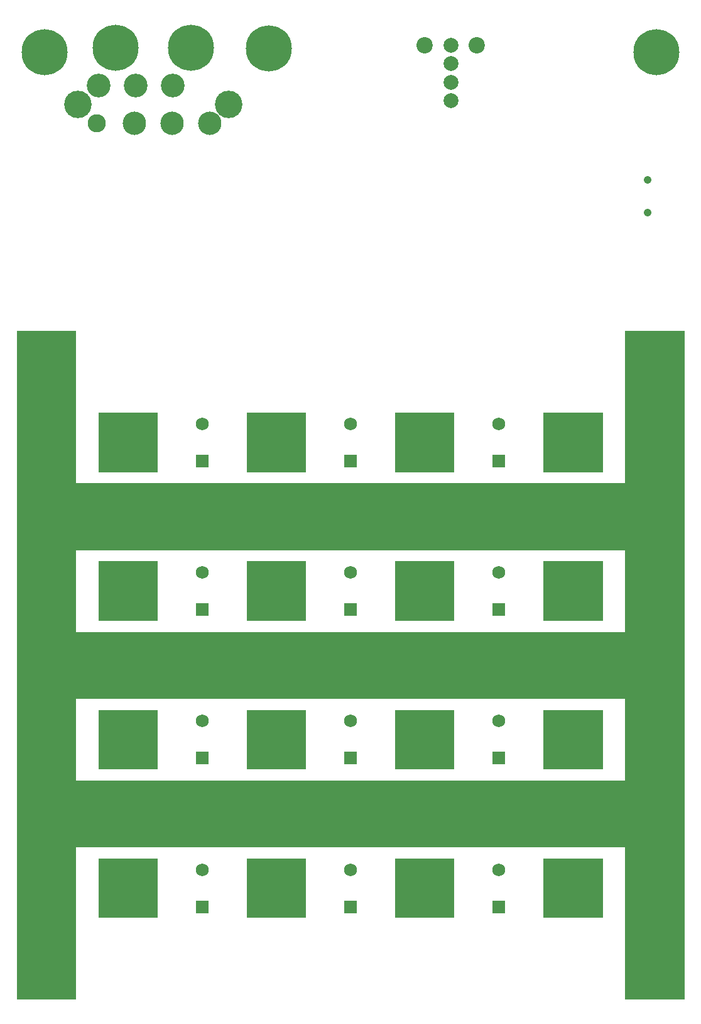
<source format=gbs>
%FSLAX44Y44*%
%MOMM*%
G71*
G01*
G75*
G04 Layer_Color=16711935*
G04:AMPARAMS|DCode=10|XSize=1mm|YSize=0.9mm|CornerRadius=0.198mm|HoleSize=0mm|Usage=FLASHONLY|Rotation=270.000|XOffset=0mm|YOffset=0mm|HoleType=Round|Shape=RoundedRectangle|*
%AMROUNDEDRECTD10*
21,1,1.0000,0.5040,0,0,270.0*
21,1,0.6040,0.9000,0,0,270.0*
1,1,0.3960,-0.2520,-0.3020*
1,1,0.3960,-0.2520,0.3020*
1,1,0.3960,0.2520,0.3020*
1,1,0.3960,0.2520,-0.3020*
%
%ADD10ROUNDEDRECTD10*%
G04:AMPARAMS|DCode=11|XSize=0.9mm|YSize=0.4mm|CornerRadius=0.15mm|HoleSize=0mm|Usage=FLASHONLY|Rotation=90.000|XOffset=0mm|YOffset=0mm|HoleType=Round|Shape=RoundedRectangle|*
%AMROUNDEDRECTD11*
21,1,0.9000,0.1000,0,0,90.0*
21,1,0.6000,0.4000,0,0,90.0*
1,1,0.3000,0.0500,0.3000*
1,1,0.3000,0.0500,-0.3000*
1,1,0.3000,-0.0500,-0.3000*
1,1,0.3000,-0.0500,0.3000*
%
%ADD11ROUNDEDRECTD11*%
%ADD12O,0.6000X1.5500*%
G04:AMPARAMS|DCode=13|XSize=1mm|YSize=0.9mm|CornerRadius=0.198mm|HoleSize=0mm|Usage=FLASHONLY|Rotation=0.000|XOffset=0mm|YOffset=0mm|HoleType=Round|Shape=RoundedRectangle|*
%AMROUNDEDRECTD13*
21,1,1.0000,0.5040,0,0,0.0*
21,1,0.6040,0.9000,0,0,0.0*
1,1,0.3960,0.3020,-0.2520*
1,1,0.3960,-0.3020,-0.2520*
1,1,0.3960,-0.3020,0.2520*
1,1,0.3960,0.3020,0.2520*
%
%ADD13ROUNDEDRECTD13*%
G04:AMPARAMS|DCode=14|XSize=1.05mm|YSize=0.65mm|CornerRadius=0.2015mm|HoleSize=0mm|Usage=FLASHONLY|Rotation=0.000|XOffset=0mm|YOffset=0mm|HoleType=Round|Shape=RoundedRectangle|*
%AMROUNDEDRECTD14*
21,1,1.0500,0.2470,0,0,0.0*
21,1,0.6470,0.6500,0,0,0.0*
1,1,0.4030,0.3235,-0.1235*
1,1,0.4030,-0.3235,-0.1235*
1,1,0.4030,-0.3235,0.1235*
1,1,0.4030,0.3235,0.1235*
%
%ADD14ROUNDEDRECTD14*%
G04:AMPARAMS|DCode=15|XSize=1mm|YSize=0.95mm|CornerRadius=0.1995mm|HoleSize=0mm|Usage=FLASHONLY|Rotation=180.000|XOffset=0mm|YOffset=0mm|HoleType=Round|Shape=RoundedRectangle|*
%AMROUNDEDRECTD15*
21,1,1.0000,0.5510,0,0,180.0*
21,1,0.6010,0.9500,0,0,180.0*
1,1,0.3990,-0.3005,0.2755*
1,1,0.3990,0.3005,0.2755*
1,1,0.3990,0.3005,-0.2755*
1,1,0.3990,-0.3005,-0.2755*
%
%ADD15ROUNDEDRECTD15*%
%ADD16C,0.4000*%
%ADD17O,0.8500X0.2500*%
%ADD18O,0.2500X0.8500*%
G04:AMPARAMS|DCode=19|XSize=1mm|YSize=0.95mm|CornerRadius=0.1995mm|HoleSize=0mm|Usage=FLASHONLY|Rotation=90.000|XOffset=0mm|YOffset=0mm|HoleType=Round|Shape=RoundedRectangle|*
%AMROUNDEDRECTD19*
21,1,1.0000,0.5510,0,0,90.0*
21,1,0.6010,0.9500,0,0,90.0*
1,1,0.3990,0.2755,0.3005*
1,1,0.3990,0.2755,-0.3005*
1,1,0.3990,-0.2755,-0.3005*
1,1,0.3990,-0.2755,0.3005*
%
%ADD19ROUNDEDRECTD19*%
G04:AMPARAMS|DCode=20|XSize=1.45mm|YSize=1.15mm|CornerRadius=0.2013mm|HoleSize=0mm|Usage=FLASHONLY|Rotation=270.000|XOffset=0mm|YOffset=0mm|HoleType=Round|Shape=RoundedRectangle|*
%AMROUNDEDRECTD20*
21,1,1.4500,0.7475,0,0,270.0*
21,1,1.0475,1.1500,0,0,270.0*
1,1,0.4025,-0.3738,-0.5238*
1,1,0.4025,-0.3738,0.5238*
1,1,0.4025,0.3738,0.5238*
1,1,0.4025,0.3738,-0.5238*
%
%ADD20ROUNDEDRECTD20*%
G04:AMPARAMS|DCode=21|XSize=1.45mm|YSize=1.15mm|CornerRadius=0.2013mm|HoleSize=0mm|Usage=FLASHONLY|Rotation=0.000|XOffset=0mm|YOffset=0mm|HoleType=Round|Shape=RoundedRectangle|*
%AMROUNDEDRECTD21*
21,1,1.4500,0.7475,0,0,0.0*
21,1,1.0475,1.1500,0,0,0.0*
1,1,0.4025,0.5238,-0.3738*
1,1,0.4025,-0.5238,-0.3738*
1,1,0.4025,-0.5238,0.3738*
1,1,0.4025,0.5238,0.3738*
%
%ADD21ROUNDEDRECTD21*%
%ADD22C,0.6000*%
%ADD23O,1.3500X0.5000*%
G04:AMPARAMS|DCode=24|XSize=1.75mm|YSize=1.05mm|CornerRadius=0.1995mm|HoleSize=0mm|Usage=FLASHONLY|Rotation=90.000|XOffset=0mm|YOffset=0mm|HoleType=Round|Shape=RoundedRectangle|*
%AMROUNDEDRECTD24*
21,1,1.7500,0.6510,0,0,90.0*
21,1,1.3510,1.0500,0,0,90.0*
1,1,0.3990,0.3255,0.6755*
1,1,0.3990,0.3255,-0.6755*
1,1,0.3990,-0.3255,-0.6755*
1,1,0.3990,-0.3255,0.6755*
%
%ADD24ROUNDEDRECTD24*%
G04:AMPARAMS|DCode=25|XSize=1.75mm|YSize=1.05mm|CornerRadius=0.1995mm|HoleSize=0mm|Usage=FLASHONLY|Rotation=0.000|XOffset=0mm|YOffset=0mm|HoleType=Round|Shape=RoundedRectangle|*
%AMROUNDEDRECTD25*
21,1,1.7500,0.6510,0,0,0.0*
21,1,1.3510,1.0500,0,0,0.0*
1,1,0.3990,0.6755,-0.3255*
1,1,0.3990,-0.6755,-0.3255*
1,1,0.3990,-0.6755,0.3255*
1,1,0.3990,0.6755,0.3255*
%
%ADD25ROUNDEDRECTD25*%
%ADD26O,1.5500X0.6000*%
%ADD27O,0.5000X1.3500*%
G04:AMPARAMS|DCode=28|XSize=6.5mm|YSize=5mm|CornerRadius=0.25mm|HoleSize=0mm|Usage=FLASHONLY|Rotation=90.000|XOffset=0mm|YOffset=0mm|HoleType=Round|Shape=RoundedRectangle|*
%AMROUNDEDRECTD28*
21,1,6.5000,4.5000,0,0,90.0*
21,1,6.0000,5.0000,0,0,90.0*
1,1,0.5000,2.2500,3.0000*
1,1,0.5000,2.2500,-3.0000*
1,1,0.5000,-2.2500,-3.0000*
1,1,0.5000,-2.2500,3.0000*
%
%ADD28ROUNDEDRECTD28*%
%ADD29C,1.3000*%
%ADD30R,1.3000X1.3000*%
G04:AMPARAMS|DCode=31|XSize=4.9mm|YSize=1.6mm|CornerRadius=0.2mm|HoleSize=0mm|Usage=FLASHONLY|Rotation=180.000|XOffset=0mm|YOffset=0mm|HoleType=Round|Shape=RoundedRectangle|*
%AMROUNDEDRECTD31*
21,1,4.9000,1.2000,0,0,180.0*
21,1,4.5000,1.6000,0,0,180.0*
1,1,0.4000,-2.2500,0.6000*
1,1,0.4000,2.2500,0.6000*
1,1,0.4000,2.2500,-0.6000*
1,1,0.4000,-2.2500,-0.6000*
%
%ADD31ROUNDEDRECTD31*%
%ADD32O,1.5000X0.3000*%
%ADD33O,0.3000X1.5000*%
%ADD34C,1.0000*%
G04:AMPARAMS|DCode=35|XSize=1.1mm|YSize=0.6mm|CornerRadius=0.201mm|HoleSize=0mm|Usage=FLASHONLY|Rotation=270.000|XOffset=0mm|YOffset=0mm|HoleType=Round|Shape=RoundedRectangle|*
%AMROUNDEDRECTD35*
21,1,1.1000,0.1980,0,0,270.0*
21,1,0.6980,0.6000,0,0,270.0*
1,1,0.4020,-0.0990,-0.3490*
1,1,0.4020,-0.0990,0.3490*
1,1,0.4020,0.0990,0.3490*
1,1,0.4020,0.0990,-0.3490*
%
%ADD35ROUNDEDRECTD35*%
G04:AMPARAMS|DCode=36|XSize=2.5mm|YSize=2mm|CornerRadius=0.2mm|HoleSize=0mm|Usage=FLASHONLY|Rotation=180.000|XOffset=0mm|YOffset=0mm|HoleType=Round|Shape=RoundedRectangle|*
%AMROUNDEDRECTD36*
21,1,2.5000,1.6000,0,0,180.0*
21,1,2.1000,2.0000,0,0,180.0*
1,1,0.4000,-1.0500,0.8000*
1,1,0.4000,1.0500,0.8000*
1,1,0.4000,1.0500,-0.8000*
1,1,0.4000,-1.0500,-0.8000*
%
%ADD36ROUNDEDRECTD36*%
G04:AMPARAMS|DCode=37|XSize=2.3mm|YSize=0.5mm|CornerRadius=0.2mm|HoleSize=0mm|Usage=FLASHONLY|Rotation=180.000|XOffset=0mm|YOffset=0mm|HoleType=Round|Shape=RoundedRectangle|*
%AMROUNDEDRECTD37*
21,1,2.3000,0.1000,0,0,180.0*
21,1,1.9000,0.5000,0,0,180.0*
1,1,0.4000,-0.9500,0.0500*
1,1,0.4000,0.9500,0.0500*
1,1,0.4000,0.9500,-0.0500*
1,1,0.4000,-0.9500,-0.0500*
%
%ADD37ROUNDEDRECTD37*%
G04:AMPARAMS|DCode=38|XSize=1mm|YSize=0.45mm|CornerRadius=0.1125mm|HoleSize=0mm|Usage=FLASHONLY|Rotation=0.000|XOffset=0mm|YOffset=0mm|HoleType=Round|Shape=RoundedRectangle|*
%AMROUNDEDRECTD38*
21,1,1.0000,0.2250,0,0,0.0*
21,1,0.7750,0.4500,0,0,0.0*
1,1,0.2250,0.3875,-0.1125*
1,1,0.2250,-0.3875,-0.1125*
1,1,0.2250,-0.3875,0.1125*
1,1,0.2250,0.3875,0.1125*
%
%ADD38ROUNDEDRECTD38*%
G04:AMPARAMS|DCode=39|XSize=1.35mm|YSize=1.65mm|CornerRadius=0.27mm|HoleSize=0mm|Usage=FLASHONLY|Rotation=90.000|XOffset=0mm|YOffset=0mm|HoleType=Round|Shape=RoundedRectangle|*
%AMROUNDEDRECTD39*
21,1,1.3500,1.1100,0,0,90.0*
21,1,0.8100,1.6500,0,0,90.0*
1,1,0.5400,0.5550,0.4050*
1,1,0.5400,0.5550,-0.4050*
1,1,0.5400,-0.5550,-0.4050*
1,1,0.5400,-0.5550,0.4050*
%
%ADD39ROUNDEDRECTD39*%
G04:AMPARAMS|DCode=40|XSize=0.7mm|YSize=0.25mm|CornerRadius=0.0838mm|HoleSize=0mm|Usage=FLASHONLY|Rotation=0.000|XOffset=0mm|YOffset=0mm|HoleType=Round|Shape=RoundedRectangle|*
%AMROUNDEDRECTD40*
21,1,0.7000,0.0825,0,0,0.0*
21,1,0.5325,0.2500,0,0,0.0*
1,1,0.1675,0.2662,-0.0413*
1,1,0.1675,-0.2662,-0.0413*
1,1,0.1675,-0.2662,0.0413*
1,1,0.1675,0.2662,0.0413*
%
%ADD40ROUNDEDRECTD40*%
G04:AMPARAMS|DCode=41|XSize=3mm|YSize=1.65mm|CornerRadius=0.1073mm|HoleSize=0mm|Usage=FLASHONLY|Rotation=90.000|XOffset=0mm|YOffset=0mm|HoleType=Round|Shape=RoundedRectangle|*
%AMROUNDEDRECTD41*
21,1,3.0000,1.4355,0,0,90.0*
21,1,2.7855,1.6500,0,0,90.0*
1,1,0.2145,0.7178,1.3927*
1,1,0.2145,0.7178,-1.3927*
1,1,0.2145,-0.7178,-1.3927*
1,1,0.2145,-0.7178,1.3927*
%
%ADD41ROUNDEDRECTD41*%
G04:AMPARAMS|DCode=42|XSize=1.2mm|YSize=1.2mm|CornerRadius=0.198mm|HoleSize=0mm|Usage=FLASHONLY|Rotation=0.000|XOffset=0mm|YOffset=0mm|HoleType=Round|Shape=RoundedRectangle|*
%AMROUNDEDRECTD42*
21,1,1.2000,0.8040,0,0,0.0*
21,1,0.8040,1.2000,0,0,0.0*
1,1,0.3960,0.4020,-0.4020*
1,1,0.3960,-0.4020,-0.4020*
1,1,0.3960,-0.4020,0.4020*
1,1,0.3960,0.4020,0.4020*
%
%ADD42ROUNDEDRECTD42*%
G04:AMPARAMS|DCode=43|XSize=1.2mm|YSize=1.2mm|CornerRadius=0.198mm|HoleSize=0mm|Usage=FLASHONLY|Rotation=270.000|XOffset=0mm|YOffset=0mm|HoleType=Round|Shape=RoundedRectangle|*
%AMROUNDEDRECTD43*
21,1,1.2000,0.8040,0,0,270.0*
21,1,0.8040,1.2000,0,0,270.0*
1,1,0.3960,-0.4020,-0.4020*
1,1,0.3960,-0.4020,0.4020*
1,1,0.3960,0.4020,0.4020*
1,1,0.3960,0.4020,-0.4020*
%
%ADD43ROUNDEDRECTD43*%
G04:AMPARAMS|DCode=44|XSize=6.45mm|YSize=6mm|CornerRadius=0.21mm|HoleSize=0mm|Usage=FLASHONLY|Rotation=90.000|XOffset=0mm|YOffset=0mm|HoleType=Round|Shape=RoundedRectangle|*
%AMROUNDEDRECTD44*
21,1,6.4500,5.5800,0,0,90.0*
21,1,6.0300,6.0000,0,0,90.0*
1,1,0.4200,2.7900,3.0150*
1,1,0.4200,2.7900,-3.0150*
1,1,0.4200,-2.7900,-3.0150*
1,1,0.4200,-2.7900,3.0150*
%
%ADD44ROUNDEDRECTD44*%
G04:AMPARAMS|DCode=45|XSize=2.85mm|YSize=1mm|CornerRadius=0.2mm|HoleSize=0mm|Usage=FLASHONLY|Rotation=90.000|XOffset=0mm|YOffset=0mm|HoleType=Round|Shape=RoundedRectangle|*
%AMROUNDEDRECTD45*
21,1,2.8500,0.6000,0,0,90.0*
21,1,2.4500,1.0000,0,0,90.0*
1,1,0.4000,0.3000,1.2250*
1,1,0.4000,0.3000,-1.2250*
1,1,0.4000,-0.3000,-1.2250*
1,1,0.4000,-0.3000,1.2250*
%
%ADD45ROUNDEDRECTD45*%
G04:AMPARAMS|DCode=46|XSize=3.95mm|YSize=1.5mm|CornerRadius=0.2475mm|HoleSize=0mm|Usage=FLASHONLY|Rotation=90.000|XOffset=0mm|YOffset=0mm|HoleType=Round|Shape=RoundedRectangle|*
%AMROUNDEDRECTD46*
21,1,3.9500,1.0050,0,0,90.0*
21,1,3.4550,1.5000,0,0,90.0*
1,1,0.4950,0.5025,1.7275*
1,1,0.4950,0.5025,-1.7275*
1,1,0.4950,-0.5025,-1.7275*
1,1,0.4950,-0.5025,1.7275*
%
%ADD46ROUNDEDRECTD46*%
G04:AMPARAMS|DCode=47|XSize=6.4mm|YSize=10.5mm|CornerRadius=0.128mm|HoleSize=0mm|Usage=FLASHONLY|Rotation=90.000|XOffset=0mm|YOffset=0mm|HoleType=Round|Shape=RoundedRectangle|*
%AMROUNDEDRECTD47*
21,1,6.4000,10.2440,0,0,90.0*
21,1,6.1440,10.5000,0,0,90.0*
1,1,0.2560,5.1220,3.0720*
1,1,0.2560,5.1220,-3.0720*
1,1,0.2560,-5.1220,-3.0720*
1,1,0.2560,-5.1220,3.0720*
%
%ADD47ROUNDEDRECTD47*%
%ADD48C,0.2500*%
%ADD49C,0.3000*%
%ADD50C,0.5000*%
%ADD51C,0.6000*%
%ADD52C,0.2540*%
%ADD53C,1.0000*%
%ADD54C,0.4000*%
%ADD55C,0.4500*%
%ADD56C,0.8000*%
%ADD57C,0.5500*%
%ADD58C,1.6000*%
%ADD59R,1.6000X1.6000*%
%ADD60C,6.0000*%
%ADD61C,3.0000*%
%ADD62C,2.0000*%
%ADD63C,0.5000*%
%ADD64C,1.8500*%
%ADD65C,3.5000*%
%ADD66C,2.3000*%
%ADD67C,2.0000*%
%ADD68C,1.8000*%
%ADD69C,0.0000*%
G04:AMPARAMS|DCode=70|XSize=1.15mm|YSize=1.05mm|CornerRadius=0.273mm|HoleSize=0mm|Usage=FLASHONLY|Rotation=270.000|XOffset=0mm|YOffset=0mm|HoleType=Round|Shape=RoundedRectangle|*
%AMROUNDEDRECTD70*
21,1,1.1500,0.5040,0,0,270.0*
21,1,0.6040,1.0500,0,0,270.0*
1,1,0.5460,-0.2520,-0.3020*
1,1,0.5460,-0.2520,0.3020*
1,1,0.5460,0.2520,0.3020*
1,1,0.5460,0.2520,-0.3020*
%
%ADD70ROUNDEDRECTD70*%
G04:AMPARAMS|DCode=71|XSize=1.05mm|YSize=0.55mm|CornerRadius=0.225mm|HoleSize=0mm|Usage=FLASHONLY|Rotation=90.000|XOffset=0mm|YOffset=0mm|HoleType=Round|Shape=RoundedRectangle|*
%AMROUNDEDRECTD71*
21,1,1.0500,0.1000,0,0,90.0*
21,1,0.6000,0.5500,0,0,90.0*
1,1,0.4500,0.0500,0.3000*
1,1,0.4500,0.0500,-0.3000*
1,1,0.4500,-0.0500,-0.3000*
1,1,0.4500,-0.0500,0.3000*
%
%ADD71ROUNDEDRECTD71*%
%ADD72O,0.7500X1.7000*%
G04:AMPARAMS|DCode=73|XSize=1.15mm|YSize=1.05mm|CornerRadius=0.273mm|HoleSize=0mm|Usage=FLASHONLY|Rotation=0.000|XOffset=0mm|YOffset=0mm|HoleType=Round|Shape=RoundedRectangle|*
%AMROUNDEDRECTD73*
21,1,1.1500,0.5040,0,0,0.0*
21,1,0.6040,1.0500,0,0,0.0*
1,1,0.5460,0.3020,-0.2520*
1,1,0.5460,-0.3020,-0.2520*
1,1,0.5460,-0.3020,0.2520*
1,1,0.5460,0.3020,0.2520*
%
%ADD73ROUNDEDRECTD73*%
G04:AMPARAMS|DCode=74|XSize=1.2mm|YSize=0.8mm|CornerRadius=0.2765mm|HoleSize=0mm|Usage=FLASHONLY|Rotation=0.000|XOffset=0mm|YOffset=0mm|HoleType=Round|Shape=RoundedRectangle|*
%AMROUNDEDRECTD74*
21,1,1.2000,0.2470,0,0,0.0*
21,1,0.6470,0.8000,0,0,0.0*
1,1,0.5530,0.3235,-0.1235*
1,1,0.5530,-0.3235,-0.1235*
1,1,0.5530,-0.3235,0.1235*
1,1,0.5530,0.3235,0.1235*
%
%ADD74ROUNDEDRECTD74*%
G04:AMPARAMS|DCode=75|XSize=1.15mm|YSize=1.1mm|CornerRadius=0.2745mm|HoleSize=0mm|Usage=FLASHONLY|Rotation=180.000|XOffset=0mm|YOffset=0mm|HoleType=Round|Shape=RoundedRectangle|*
%AMROUNDEDRECTD75*
21,1,1.1500,0.5510,0,0,180.0*
21,1,0.6010,1.1000,0,0,180.0*
1,1,0.5490,-0.3005,0.2755*
1,1,0.5490,0.3005,0.2755*
1,1,0.5490,0.3005,-0.2755*
1,1,0.5490,-0.3005,-0.2755*
%
%ADD75ROUNDEDRECTD75*%
%ADD76O,1.0500X0.4500*%
%ADD77O,0.4500X1.0500*%
G04:AMPARAMS|DCode=78|XSize=1.15mm|YSize=1.1mm|CornerRadius=0.2745mm|HoleSize=0mm|Usage=FLASHONLY|Rotation=90.000|XOffset=0mm|YOffset=0mm|HoleType=Round|Shape=RoundedRectangle|*
%AMROUNDEDRECTD78*
21,1,1.1500,0.5510,0,0,90.0*
21,1,0.6010,1.1000,0,0,90.0*
1,1,0.5490,0.2755,0.3005*
1,1,0.5490,0.2755,-0.3005*
1,1,0.5490,-0.2755,-0.3005*
1,1,0.5490,-0.2755,0.3005*
%
%ADD78ROUNDEDRECTD78*%
G04:AMPARAMS|DCode=79|XSize=1.6mm|YSize=1.3mm|CornerRadius=0.2763mm|HoleSize=0mm|Usage=FLASHONLY|Rotation=270.000|XOffset=0mm|YOffset=0mm|HoleType=Round|Shape=RoundedRectangle|*
%AMROUNDEDRECTD79*
21,1,1.6000,0.7475,0,0,270.0*
21,1,1.0475,1.3000,0,0,270.0*
1,1,0.5525,-0.3738,-0.5238*
1,1,0.5525,-0.3738,0.5238*
1,1,0.5525,0.3738,0.5238*
1,1,0.5525,0.3738,-0.5238*
%
%ADD79ROUNDEDRECTD79*%
G04:AMPARAMS|DCode=80|XSize=1.6mm|YSize=1.3mm|CornerRadius=0.2763mm|HoleSize=0mm|Usage=FLASHONLY|Rotation=0.000|XOffset=0mm|YOffset=0mm|HoleType=Round|Shape=RoundedRectangle|*
%AMROUNDEDRECTD80*
21,1,1.6000,0.7475,0,0,0.0*
21,1,1.0475,1.3000,0,0,0.0*
1,1,0.5525,0.5238,-0.3738*
1,1,0.5525,-0.5238,-0.3738*
1,1,0.5525,-0.5238,0.3738*
1,1,0.5525,0.5238,0.3738*
%
%ADD80ROUNDEDRECTD80*%
%ADD81C,0.8000*%
%ADD82O,1.5000X0.6500*%
G04:AMPARAMS|DCode=83|XSize=1.9mm|YSize=1.2mm|CornerRadius=0.2745mm|HoleSize=0mm|Usage=FLASHONLY|Rotation=90.000|XOffset=0mm|YOffset=0mm|HoleType=Round|Shape=RoundedRectangle|*
%AMROUNDEDRECTD83*
21,1,1.9000,0.6510,0,0,90.0*
21,1,1.3510,1.2000,0,0,90.0*
1,1,0.5490,0.3255,0.6755*
1,1,0.5490,0.3255,-0.6755*
1,1,0.5490,-0.3255,-0.6755*
1,1,0.5490,-0.3255,0.6755*
%
%ADD83ROUNDEDRECTD83*%
G04:AMPARAMS|DCode=84|XSize=1.9mm|YSize=1.2mm|CornerRadius=0.2745mm|HoleSize=0mm|Usage=FLASHONLY|Rotation=0.000|XOffset=0mm|YOffset=0mm|HoleType=Round|Shape=RoundedRectangle|*
%AMROUNDEDRECTD84*
21,1,1.9000,0.6510,0,0,0.0*
21,1,1.3510,1.2000,0,0,0.0*
1,1,0.5490,0.6755,-0.3255*
1,1,0.5490,-0.6755,-0.3255*
1,1,0.5490,-0.6755,0.3255*
1,1,0.5490,0.6755,0.3255*
%
%ADD84ROUNDEDRECTD84*%
%ADD85O,1.7000X0.7500*%
%ADD86O,0.6500X1.5000*%
G04:AMPARAMS|DCode=87|XSize=6.65mm|YSize=5.15mm|CornerRadius=0.325mm|HoleSize=0mm|Usage=FLASHONLY|Rotation=90.000|XOffset=0mm|YOffset=0mm|HoleType=Round|Shape=RoundedRectangle|*
%AMROUNDEDRECTD87*
21,1,6.6500,4.5000,0,0,90.0*
21,1,6.0000,5.1500,0,0,90.0*
1,1,0.6500,2.2500,3.0000*
1,1,0.6500,2.2500,-3.0000*
1,1,0.6500,-2.2500,-3.0000*
1,1,0.6500,-2.2500,3.0000*
%
%ADD87ROUNDEDRECTD87*%
%ADD88C,1.5000*%
%ADD89R,1.5000X1.5000*%
G04:AMPARAMS|DCode=90|XSize=5.05mm|YSize=1.75mm|CornerRadius=0.275mm|HoleSize=0mm|Usage=FLASHONLY|Rotation=180.000|XOffset=0mm|YOffset=0mm|HoleType=Round|Shape=RoundedRectangle|*
%AMROUNDEDRECTD90*
21,1,5.0500,1.2000,0,0,180.0*
21,1,4.5000,1.7500,0,0,180.0*
1,1,0.5500,-2.2500,0.6000*
1,1,0.5500,2.2500,0.6000*
1,1,0.5500,2.2500,-0.6000*
1,1,0.5500,-2.2500,-0.6000*
%
%ADD90ROUNDEDRECTD90*%
%ADD91O,1.6000X0.4000*%
%ADD92O,0.4000X1.6000*%
%ADD93C,2.0000*%
G04:AMPARAMS|DCode=94|XSize=1.25mm|YSize=0.75mm|CornerRadius=0.276mm|HoleSize=0mm|Usage=FLASHONLY|Rotation=270.000|XOffset=0mm|YOffset=0mm|HoleType=Round|Shape=RoundedRectangle|*
%AMROUNDEDRECTD94*
21,1,1.2500,0.1980,0,0,270.0*
21,1,0.6980,0.7500,0,0,270.0*
1,1,0.5520,-0.0990,-0.3490*
1,1,0.5520,-0.0990,0.3490*
1,1,0.5520,0.0990,0.3490*
1,1,0.5520,0.0990,-0.3490*
%
%ADD94ROUNDEDRECTD94*%
G04:AMPARAMS|DCode=95|XSize=2.65mm|YSize=2.15mm|CornerRadius=0.275mm|HoleSize=0mm|Usage=FLASHONLY|Rotation=180.000|XOffset=0mm|YOffset=0mm|HoleType=Round|Shape=RoundedRectangle|*
%AMROUNDEDRECTD95*
21,1,2.6500,1.6000,0,0,180.0*
21,1,2.1000,2.1500,0,0,180.0*
1,1,0.5500,-1.0500,0.8000*
1,1,0.5500,1.0500,0.8000*
1,1,0.5500,1.0500,-0.8000*
1,1,0.5500,-1.0500,-0.8000*
%
%ADD95ROUNDEDRECTD95*%
G04:AMPARAMS|DCode=96|XSize=2.45mm|YSize=0.65mm|CornerRadius=0.275mm|HoleSize=0mm|Usage=FLASHONLY|Rotation=180.000|XOffset=0mm|YOffset=0mm|HoleType=Round|Shape=RoundedRectangle|*
%AMROUNDEDRECTD96*
21,1,2.4500,0.1000,0,0,180.0*
21,1,1.9000,0.6500,0,0,180.0*
1,1,0.5500,-0.9500,0.0500*
1,1,0.5500,0.9500,0.0500*
1,1,0.5500,0.9500,-0.0500*
1,1,0.5500,-0.9500,-0.0500*
%
%ADD96ROUNDEDRECTD96*%
G04:AMPARAMS|DCode=97|XSize=1.1mm|YSize=0.55mm|CornerRadius=0.1625mm|HoleSize=0mm|Usage=FLASHONLY|Rotation=0.000|XOffset=0mm|YOffset=0mm|HoleType=Round|Shape=RoundedRectangle|*
%AMROUNDEDRECTD97*
21,1,1.1000,0.2250,0,0,0.0*
21,1,0.7750,0.5500,0,0,0.0*
1,1,0.3250,0.3875,-0.1125*
1,1,0.3250,-0.3875,-0.1125*
1,1,0.3250,-0.3875,0.1125*
1,1,0.3250,0.3875,0.1125*
%
%ADD97ROUNDEDRECTD97*%
G04:AMPARAMS|DCode=98|XSize=1.5mm|YSize=1.8mm|CornerRadius=0.345mm|HoleSize=0mm|Usage=FLASHONLY|Rotation=90.000|XOffset=0mm|YOffset=0mm|HoleType=Round|Shape=RoundedRectangle|*
%AMROUNDEDRECTD98*
21,1,1.5000,1.1100,0,0,90.0*
21,1,0.8100,1.8000,0,0,90.0*
1,1,0.6900,0.5550,0.4050*
1,1,0.6900,0.5550,-0.4050*
1,1,0.6900,-0.5550,-0.4050*
1,1,0.6900,-0.5550,0.4050*
%
%ADD98ROUNDEDRECTD98*%
G04:AMPARAMS|DCode=99|XSize=0.8mm|YSize=0.35mm|CornerRadius=0.1338mm|HoleSize=0mm|Usage=FLASHONLY|Rotation=0.000|XOffset=0mm|YOffset=0mm|HoleType=Round|Shape=RoundedRectangle|*
%AMROUNDEDRECTD99*
21,1,0.8000,0.0825,0,0,0.0*
21,1,0.5325,0.3500,0,0,0.0*
1,1,0.2675,0.2662,-0.0413*
1,1,0.2675,-0.2662,-0.0413*
1,1,0.2675,-0.2662,0.0413*
1,1,0.2675,0.2662,0.0413*
%
%ADD99ROUNDEDRECTD99*%
G04:AMPARAMS|DCode=100|XSize=3.15mm|YSize=1.8mm|CornerRadius=0.1823mm|HoleSize=0mm|Usage=FLASHONLY|Rotation=90.000|XOffset=0mm|YOffset=0mm|HoleType=Round|Shape=RoundedRectangle|*
%AMROUNDEDRECTD100*
21,1,3.1500,1.4355,0,0,90.0*
21,1,2.7855,1.8000,0,0,90.0*
1,1,0.3645,0.7178,1.3927*
1,1,0.3645,0.7178,-1.3927*
1,1,0.3645,-0.7178,-1.3927*
1,1,0.3645,-0.7178,1.3927*
%
%ADD100ROUNDEDRECTD100*%
G04:AMPARAMS|DCode=101|XSize=1.35mm|YSize=1.35mm|CornerRadius=0.273mm|HoleSize=0mm|Usage=FLASHONLY|Rotation=0.000|XOffset=0mm|YOffset=0mm|HoleType=Round|Shape=RoundedRectangle|*
%AMROUNDEDRECTD101*
21,1,1.3500,0.8040,0,0,0.0*
21,1,0.8040,1.3500,0,0,0.0*
1,1,0.5460,0.4020,-0.4020*
1,1,0.5460,-0.4020,-0.4020*
1,1,0.5460,-0.4020,0.4020*
1,1,0.5460,0.4020,0.4020*
%
%ADD101ROUNDEDRECTD101*%
G04:AMPARAMS|DCode=102|XSize=1.35mm|YSize=1.35mm|CornerRadius=0.273mm|HoleSize=0mm|Usage=FLASHONLY|Rotation=270.000|XOffset=0mm|YOffset=0mm|HoleType=Round|Shape=RoundedRectangle|*
%AMROUNDEDRECTD102*
21,1,1.3500,0.8040,0,0,270.0*
21,1,0.8040,1.3500,0,0,270.0*
1,1,0.5460,-0.4020,-0.4020*
1,1,0.5460,-0.4020,0.4020*
1,1,0.5460,0.4020,0.4020*
1,1,0.5460,0.4020,-0.4020*
%
%ADD102ROUNDEDRECTD102*%
G04:AMPARAMS|DCode=103|XSize=6.6mm|YSize=6.15mm|CornerRadius=0.285mm|HoleSize=0mm|Usage=FLASHONLY|Rotation=90.000|XOffset=0mm|YOffset=0mm|HoleType=Round|Shape=RoundedRectangle|*
%AMROUNDEDRECTD103*
21,1,6.6000,5.5800,0,0,90.0*
21,1,6.0300,6.1500,0,0,90.0*
1,1,0.5700,2.7900,3.0150*
1,1,0.5700,2.7900,-3.0150*
1,1,0.5700,-2.7900,-3.0150*
1,1,0.5700,-2.7900,3.0150*
%
%ADD103ROUNDEDRECTD103*%
G04:AMPARAMS|DCode=104|XSize=3mm|YSize=1.15mm|CornerRadius=0.275mm|HoleSize=0mm|Usage=FLASHONLY|Rotation=90.000|XOffset=0mm|YOffset=0mm|HoleType=Round|Shape=RoundedRectangle|*
%AMROUNDEDRECTD104*
21,1,3.0000,0.6000,0,0,90.0*
21,1,2.4500,1.1500,0,0,90.0*
1,1,0.5500,0.3000,1.2250*
1,1,0.5500,0.3000,-1.2250*
1,1,0.5500,-0.3000,-1.2250*
1,1,0.5500,-0.3000,1.2250*
%
%ADD104ROUNDEDRECTD104*%
G04:AMPARAMS|DCode=105|XSize=4.1mm|YSize=1.65mm|CornerRadius=0.3225mm|HoleSize=0mm|Usage=FLASHONLY|Rotation=90.000|XOffset=0mm|YOffset=0mm|HoleType=Round|Shape=RoundedRectangle|*
%AMROUNDEDRECTD105*
21,1,4.1000,1.0050,0,0,90.0*
21,1,3.4550,1.6500,0,0,90.0*
1,1,0.6450,0.5025,1.7275*
1,1,0.6450,0.5025,-1.7275*
1,1,0.6450,-0.5025,-1.7275*
1,1,0.6450,-0.5025,1.7275*
%
%ADD105ROUNDEDRECTD105*%
G04:AMPARAMS|DCode=106|XSize=6.55mm|YSize=10.65mm|CornerRadius=0.203mm|HoleSize=0mm|Usage=FLASHONLY|Rotation=90.000|XOffset=0mm|YOffset=0mm|HoleType=Round|Shape=RoundedRectangle|*
%AMROUNDEDRECTD106*
21,1,6.5500,10.2440,0,0,90.0*
21,1,6.1440,10.6500,0,0,90.0*
1,1,0.4060,5.1220,3.0720*
1,1,0.4060,5.1220,-3.0720*
1,1,0.4060,-5.1220,-3.0720*
1,1,0.4060,-5.1220,3.0720*
%
%ADD106ROUNDEDRECTD106*%
%ADD107C,1.7500*%
%ADD108R,1.7500X1.7500*%
%ADD109C,6.2000*%
%ADD110C,3.2000*%
%ADD111C,2.2000*%
%ADD112C,1.0500*%
%ADD113C,3.7000*%
%ADD114C,3.1500*%
%ADD115C,2.4500*%
G36*
X-60000Y-340000D02*
X-140000D01*
Y-260000D01*
X-60000D01*
Y-340000D01*
D02*
G37*
G36*
X-260000D02*
X-340000D01*
Y-260000D01*
X-260000D01*
Y-340000D01*
D02*
G37*
G36*
X340000D02*
X260000D01*
Y-260000D01*
X340000D01*
Y-340000D01*
D02*
G37*
G36*
X140000D02*
X60000D01*
Y-260000D01*
X140000D01*
Y-340000D01*
D02*
G37*
G36*
X450000Y-450000D02*
X370000D01*
Y-245000D01*
X-370000D01*
Y-450000D01*
X-450000D01*
Y-245000D01*
Y-155000D01*
Y-45000D01*
Y45000D01*
Y155000D01*
Y245000D01*
Y450000D01*
X-370000D01*
Y245000D01*
X370000D01*
Y450000D01*
X450000D01*
Y-450000D01*
D02*
G37*
G36*
X140000Y260000D02*
X60000D01*
Y340000D01*
X140000D01*
Y260000D01*
D02*
G37*
G36*
X340000D02*
X260000D01*
Y340000D01*
X340000D01*
Y260000D01*
D02*
G37*
G36*
X-260000D02*
X-340000D01*
Y340000D01*
X-260000D01*
Y260000D01*
D02*
G37*
G36*
X-60000D02*
X-140000D01*
Y340000D01*
X-60000D01*
Y260000D01*
D02*
G37*
%LPC*%
G36*
X370000Y-45000D02*
X-370000D01*
Y-155000D01*
X370000D01*
Y-45000D01*
D02*
G37*
G36*
Y155000D02*
X-370000D01*
Y45000D01*
X370000D01*
Y155000D01*
D02*
G37*
%LPD*%
G36*
X-60000Y60000D02*
X-140000D01*
Y140000D01*
X-60000D01*
Y60000D01*
D02*
G37*
G36*
X-260000D02*
X-340000D01*
Y140000D01*
X-260000D01*
Y60000D01*
D02*
G37*
G36*
X340000D02*
X260000D01*
Y140000D01*
X340000D01*
Y60000D01*
D02*
G37*
G36*
X140000D02*
X60000D01*
Y140000D01*
X140000D01*
Y60000D01*
D02*
G37*
G36*
X-60000Y-140000D02*
X-140000D01*
Y-60000D01*
X-60000D01*
Y-140000D01*
D02*
G37*
G36*
X140000D02*
X60000D01*
Y-60000D01*
X140000D01*
Y-140000D01*
D02*
G37*
G36*
X340000D02*
X260000D01*
Y-60000D01*
X340000D01*
Y-140000D01*
D02*
G37*
G36*
X-260000D02*
X-340000D01*
Y-60000D01*
X-260000D01*
Y-140000D01*
D02*
G37*
D62*
X135000Y835000D02*
D03*
Y810000D02*
D03*
Y785000D02*
D03*
Y760000D02*
D03*
D81*
X318655Y-281250D02*
D03*
X318801Y-288853D02*
D03*
Y-296345D02*
D03*
X318853Y-303802D02*
D03*
X318801Y-311345D02*
D03*
X318853Y-318853D02*
D03*
X311345Y-318801D02*
D03*
X311294Y-311294D02*
D03*
X311345Y-303750D02*
D03*
X311294Y-296294D02*
D03*
Y-288802D02*
D03*
X311147Y-281199D02*
D03*
X304051Y-318801D02*
D03*
X304000Y-311294D02*
D03*
X304051Y-303750D02*
D03*
X304000Y-296294D02*
D03*
Y-288802D02*
D03*
X303853Y-281199D02*
D03*
X296345Y-318801D02*
D03*
X296294Y-311294D02*
D03*
X296345Y-303750D02*
D03*
X296294Y-296294D02*
D03*
Y-288802D02*
D03*
X296147Y-281199D02*
D03*
X288853Y-318801D02*
D03*
X288801Y-311294D02*
D03*
X288853Y-303750D02*
D03*
X288801Y-296294D02*
D03*
Y-288802D02*
D03*
X288655Y-281199D02*
D03*
X281345Y-318801D02*
D03*
X281294Y-311294D02*
D03*
X281345Y-303750D02*
D03*
X281294Y-296294D02*
D03*
Y-288802D02*
D03*
X281147Y-281199D02*
D03*
X318655Y-81250D02*
D03*
X318801Y-88853D02*
D03*
Y-96345D02*
D03*
X318853Y-103801D02*
D03*
X318801Y-111345D02*
D03*
X318853Y-118853D02*
D03*
X311345Y-118801D02*
D03*
X311294Y-111294D02*
D03*
X311345Y-103750D02*
D03*
X311294Y-96294D02*
D03*
Y-88801D02*
D03*
X311147Y-81199D02*
D03*
X304051Y-118801D02*
D03*
X304000Y-111294D02*
D03*
X304051Y-103750D02*
D03*
X304000Y-96294D02*
D03*
Y-88801D02*
D03*
X303853Y-81199D02*
D03*
X296345Y-118801D02*
D03*
X296294Y-111294D02*
D03*
X296345Y-103750D02*
D03*
X296294Y-96294D02*
D03*
Y-88801D02*
D03*
X296147Y-81199D02*
D03*
X288853Y-118801D02*
D03*
X288801Y-111294D02*
D03*
X288853Y-103750D02*
D03*
X288801Y-96294D02*
D03*
Y-88801D02*
D03*
X288655Y-81199D02*
D03*
X281345Y-118801D02*
D03*
X281294Y-111294D02*
D03*
X281345Y-103750D02*
D03*
X281294Y-96294D02*
D03*
Y-88801D02*
D03*
X281147Y-81199D02*
D03*
X318655Y118750D02*
D03*
X318801Y111147D02*
D03*
Y103655D02*
D03*
X318853Y96199D02*
D03*
X318801Y88655D02*
D03*
X318853Y81147D02*
D03*
X311345Y81199D02*
D03*
X311294Y88706D02*
D03*
X311345Y96250D02*
D03*
X311294Y103706D02*
D03*
Y111199D02*
D03*
X311147Y118801D02*
D03*
X304051Y81199D02*
D03*
X304000Y88706D02*
D03*
X304051Y96250D02*
D03*
X304000Y103706D02*
D03*
Y111199D02*
D03*
X303853Y118801D02*
D03*
X296345Y81199D02*
D03*
X296294Y88706D02*
D03*
X296345Y96250D02*
D03*
X296294Y103706D02*
D03*
Y111199D02*
D03*
X296147Y118801D02*
D03*
X288853Y81199D02*
D03*
X288801Y88706D02*
D03*
X288853Y96250D02*
D03*
X288801Y103706D02*
D03*
Y111199D02*
D03*
X288655Y118801D02*
D03*
X281345Y81199D02*
D03*
X281294Y88706D02*
D03*
X281345Y96250D02*
D03*
X281294Y103706D02*
D03*
Y111199D02*
D03*
X281147Y118801D02*
D03*
X318655Y318750D02*
D03*
X318801Y311147D02*
D03*
Y303655D02*
D03*
X318853Y296199D02*
D03*
X318801Y288655D02*
D03*
X318853Y281147D02*
D03*
X311345Y281199D02*
D03*
X311294Y288706D02*
D03*
X311345Y296250D02*
D03*
X311294Y303706D02*
D03*
Y311199D02*
D03*
X311147Y318801D02*
D03*
X304051Y281199D02*
D03*
X304000Y288706D02*
D03*
X304051Y296250D02*
D03*
X304000Y303706D02*
D03*
Y311199D02*
D03*
X303853Y318801D02*
D03*
X296345Y281199D02*
D03*
X296294Y288706D02*
D03*
X296345Y296250D02*
D03*
X296294Y303706D02*
D03*
Y311199D02*
D03*
X296147Y318801D02*
D03*
X288853Y281199D02*
D03*
X288801Y288706D02*
D03*
X288853Y296250D02*
D03*
X288801Y303706D02*
D03*
Y311199D02*
D03*
X288655Y318801D02*
D03*
X281345Y281199D02*
D03*
X281294Y288706D02*
D03*
X281345Y296250D02*
D03*
X281294Y303706D02*
D03*
Y311199D02*
D03*
X281147Y318801D02*
D03*
X81345Y281250D02*
D03*
X81199Y288853D02*
D03*
Y296345D02*
D03*
X81147Y303801D02*
D03*
X81199Y311345D02*
D03*
X81147Y318853D02*
D03*
X88655Y318801D02*
D03*
X88706Y311294D02*
D03*
X88655Y303750D02*
D03*
X88706Y296294D02*
D03*
Y288801D02*
D03*
X88853Y281199D02*
D03*
X95949Y318801D02*
D03*
X96000Y311294D02*
D03*
X95949Y303750D02*
D03*
X96000Y296294D02*
D03*
Y288801D02*
D03*
X96147Y281199D02*
D03*
X103655Y318801D02*
D03*
X103706Y311294D02*
D03*
X103655Y303750D02*
D03*
X103706Y296294D02*
D03*
Y288801D02*
D03*
X103853Y281199D02*
D03*
X111147Y318801D02*
D03*
X111199Y311294D02*
D03*
X111147Y303750D02*
D03*
X111199Y296294D02*
D03*
Y288801D02*
D03*
X111345Y281199D02*
D03*
X118655Y318801D02*
D03*
X118706Y311294D02*
D03*
X118655Y303750D02*
D03*
X118706Y296294D02*
D03*
Y288801D02*
D03*
X118853Y281199D02*
D03*
X81345Y81250D02*
D03*
X81199Y88853D02*
D03*
Y96345D02*
D03*
X81147Y103801D02*
D03*
X81199Y111345D02*
D03*
X81147Y118853D02*
D03*
X88655Y118801D02*
D03*
X88706Y111294D02*
D03*
X88655Y103750D02*
D03*
X88706Y96294D02*
D03*
Y88801D02*
D03*
X88853Y81199D02*
D03*
X95949Y118801D02*
D03*
X96000Y111294D02*
D03*
X95949Y103750D02*
D03*
X96000Y96294D02*
D03*
Y88801D02*
D03*
X96147Y81199D02*
D03*
X103655Y118801D02*
D03*
X103706Y111294D02*
D03*
X103655Y103750D02*
D03*
X103706Y96294D02*
D03*
Y88801D02*
D03*
X103853Y81199D02*
D03*
X111147Y118801D02*
D03*
X111199Y111294D02*
D03*
X111147Y103750D02*
D03*
X111199Y96294D02*
D03*
Y88801D02*
D03*
X111345Y81199D02*
D03*
X118655Y118801D02*
D03*
X118706Y111294D02*
D03*
X118655Y103750D02*
D03*
X118706Y96294D02*
D03*
Y88801D02*
D03*
X118853Y81199D02*
D03*
X81345Y-118750D02*
D03*
X81199Y-111147D02*
D03*
Y-103655D02*
D03*
X81147Y-96199D02*
D03*
X81199Y-88655D02*
D03*
X81147Y-81147D02*
D03*
X88655Y-81199D02*
D03*
X88706Y-88706D02*
D03*
X88655Y-96250D02*
D03*
X88706Y-103706D02*
D03*
Y-111199D02*
D03*
X88853Y-118801D02*
D03*
X95949Y-81199D02*
D03*
X96000Y-88706D02*
D03*
X95949Y-96250D02*
D03*
X96000Y-103706D02*
D03*
Y-111199D02*
D03*
X96147Y-118801D02*
D03*
X103655Y-81199D02*
D03*
X103706Y-88706D02*
D03*
X103655Y-96250D02*
D03*
X103706Y-103706D02*
D03*
Y-111199D02*
D03*
X103853Y-118801D02*
D03*
X111147Y-81199D02*
D03*
X111199Y-88706D02*
D03*
X111147Y-96250D02*
D03*
X111199Y-103706D02*
D03*
Y-111199D02*
D03*
X111345Y-118801D02*
D03*
X118655Y-81199D02*
D03*
X118706Y-88706D02*
D03*
X118655Y-96250D02*
D03*
X118706Y-103706D02*
D03*
Y-111199D02*
D03*
X118853Y-118801D02*
D03*
X81345Y-318750D02*
D03*
X81199Y-311147D02*
D03*
Y-303655D02*
D03*
X81147Y-296199D02*
D03*
X81199Y-288655D02*
D03*
X81147Y-281147D02*
D03*
X88655Y-281199D02*
D03*
X88706Y-288706D02*
D03*
X88655Y-296250D02*
D03*
X88706Y-303706D02*
D03*
Y-311199D02*
D03*
X88853Y-318801D02*
D03*
X95949Y-281199D02*
D03*
X96000Y-288706D02*
D03*
X95949Y-296250D02*
D03*
X96000Y-303706D02*
D03*
Y-311199D02*
D03*
X96147Y-318801D02*
D03*
X103655Y-281199D02*
D03*
X103706Y-288706D02*
D03*
X103655Y-296250D02*
D03*
X103706Y-303706D02*
D03*
Y-311199D02*
D03*
X103853Y-318801D02*
D03*
X111147Y-281199D02*
D03*
X111199Y-288706D02*
D03*
X111147Y-296250D02*
D03*
X111199Y-303706D02*
D03*
Y-311199D02*
D03*
X111345Y-318801D02*
D03*
X118655Y-281199D02*
D03*
X118706Y-288706D02*
D03*
X118655Y-296250D02*
D03*
X118706Y-303706D02*
D03*
Y-311199D02*
D03*
X118853Y-318801D02*
D03*
X-81345Y-281250D02*
D03*
X-81199Y-288853D02*
D03*
Y-296345D02*
D03*
X-81147Y-303802D02*
D03*
X-81199Y-311345D02*
D03*
X-81147Y-318853D02*
D03*
X-88655Y-318801D02*
D03*
X-88706Y-311294D02*
D03*
X-88655Y-303750D02*
D03*
X-88706Y-296294D02*
D03*
Y-288802D02*
D03*
X-88853Y-281199D02*
D03*
X-95949Y-318801D02*
D03*
X-96000Y-311294D02*
D03*
X-95949Y-303750D02*
D03*
X-96000Y-296294D02*
D03*
Y-288802D02*
D03*
X-96147Y-281199D02*
D03*
X-103655Y-318801D02*
D03*
X-103706Y-311294D02*
D03*
X-103655Y-303750D02*
D03*
X-103706Y-296294D02*
D03*
Y-288802D02*
D03*
X-103853Y-281199D02*
D03*
X-111147Y-318801D02*
D03*
X-111199Y-311294D02*
D03*
X-111147Y-303750D02*
D03*
X-111199Y-296294D02*
D03*
Y-288802D02*
D03*
X-111345Y-281199D02*
D03*
X-118655Y-318801D02*
D03*
X-118706Y-311294D02*
D03*
X-118655Y-303750D02*
D03*
X-118706Y-296294D02*
D03*
Y-288802D02*
D03*
X-118853Y-281199D02*
D03*
X-81345Y-81250D02*
D03*
X-81199Y-88853D02*
D03*
Y-96345D02*
D03*
X-81147Y-103801D02*
D03*
X-81199Y-111345D02*
D03*
X-81147Y-118853D02*
D03*
X-88655Y-118801D02*
D03*
X-88706Y-111294D02*
D03*
X-88655Y-103750D02*
D03*
X-88706Y-96294D02*
D03*
Y-88801D02*
D03*
X-88853Y-81199D02*
D03*
X-95949Y-118801D02*
D03*
X-96000Y-111294D02*
D03*
X-95949Y-103750D02*
D03*
X-96000Y-96294D02*
D03*
Y-88801D02*
D03*
X-96147Y-81199D02*
D03*
X-103655Y-118801D02*
D03*
X-103706Y-111294D02*
D03*
X-103655Y-103750D02*
D03*
X-103706Y-96294D02*
D03*
Y-88801D02*
D03*
X-103853Y-81199D02*
D03*
X-111147Y-118801D02*
D03*
X-111199Y-111294D02*
D03*
X-111147Y-103750D02*
D03*
X-111199Y-96294D02*
D03*
Y-88801D02*
D03*
X-111345Y-81199D02*
D03*
X-118655Y-118801D02*
D03*
X-118706Y-111294D02*
D03*
X-118655Y-103750D02*
D03*
X-118706Y-96294D02*
D03*
Y-88801D02*
D03*
X-118853Y-81199D02*
D03*
X-81345Y118750D02*
D03*
X-81199Y111147D02*
D03*
Y103655D02*
D03*
X-81147Y96199D02*
D03*
X-81199Y88655D02*
D03*
X-81147Y81147D02*
D03*
X-88655Y81199D02*
D03*
X-88706Y88706D02*
D03*
X-88655Y96250D02*
D03*
X-88706Y103706D02*
D03*
Y111199D02*
D03*
X-88853Y118801D02*
D03*
X-95949Y81199D02*
D03*
X-96000Y88706D02*
D03*
X-95949Y96250D02*
D03*
X-96000Y103706D02*
D03*
Y111199D02*
D03*
X-96147Y118801D02*
D03*
X-103655Y81199D02*
D03*
X-103706Y88706D02*
D03*
X-103655Y96250D02*
D03*
X-103706Y103706D02*
D03*
Y111199D02*
D03*
X-103853Y118801D02*
D03*
X-111147Y81199D02*
D03*
X-111199Y88706D02*
D03*
X-111147Y96250D02*
D03*
X-111199Y103706D02*
D03*
Y111199D02*
D03*
X-111345Y118801D02*
D03*
X-118655Y81199D02*
D03*
X-118706Y88706D02*
D03*
X-118655Y96250D02*
D03*
X-118706Y103706D02*
D03*
Y111199D02*
D03*
X-118853Y118801D02*
D03*
X-81345Y318750D02*
D03*
X-81199Y311147D02*
D03*
Y303655D02*
D03*
X-81147Y296199D02*
D03*
X-81199Y288655D02*
D03*
X-81147Y281147D02*
D03*
X-88655Y281199D02*
D03*
X-88706Y288706D02*
D03*
X-88655Y296250D02*
D03*
X-88706Y303706D02*
D03*
Y311199D02*
D03*
X-88853Y318801D02*
D03*
X-95949Y281199D02*
D03*
X-96000Y288706D02*
D03*
X-95949Y296250D02*
D03*
X-96000Y303706D02*
D03*
Y311199D02*
D03*
X-96147Y318801D02*
D03*
X-103655Y281199D02*
D03*
X-103706Y288706D02*
D03*
X-103655Y296250D02*
D03*
X-103706Y303706D02*
D03*
Y311199D02*
D03*
X-103853Y318801D02*
D03*
X-111147Y281199D02*
D03*
X-111199Y288706D02*
D03*
X-111147Y296250D02*
D03*
X-111199Y303706D02*
D03*
Y311199D02*
D03*
X-111345Y318801D02*
D03*
X-118655Y281199D02*
D03*
X-118706Y288706D02*
D03*
X-118655Y296250D02*
D03*
X-118706Y303706D02*
D03*
Y311199D02*
D03*
X-118853Y318801D02*
D03*
X-318655Y281250D02*
D03*
X-318801Y288853D02*
D03*
Y296345D02*
D03*
X-318853Y303801D02*
D03*
X-318801Y311345D02*
D03*
X-318853Y318853D02*
D03*
X-311345Y318801D02*
D03*
X-311294Y311294D02*
D03*
X-311345Y303750D02*
D03*
X-311294Y296294D02*
D03*
Y288801D02*
D03*
X-311147Y281199D02*
D03*
X-304051Y318801D02*
D03*
X-304000Y311294D02*
D03*
X-304051Y303750D02*
D03*
X-304000Y296294D02*
D03*
Y288801D02*
D03*
X-303853Y281199D02*
D03*
X-296345Y318801D02*
D03*
X-296294Y311294D02*
D03*
X-296345Y303750D02*
D03*
X-296294Y296294D02*
D03*
Y288801D02*
D03*
X-296147Y281199D02*
D03*
X-288853Y318801D02*
D03*
X-288801Y311294D02*
D03*
X-288853Y303750D02*
D03*
X-288801Y296294D02*
D03*
Y288801D02*
D03*
X-288655Y281199D02*
D03*
X-281345Y318801D02*
D03*
X-281294Y311294D02*
D03*
X-281345Y303750D02*
D03*
X-281294Y296294D02*
D03*
Y288801D02*
D03*
X-281147Y281199D02*
D03*
X-318655Y81250D02*
D03*
X-318801Y88853D02*
D03*
Y96345D02*
D03*
X-318853Y103801D02*
D03*
X-318801Y111345D02*
D03*
X-318853Y118853D02*
D03*
X-311345Y118801D02*
D03*
X-311294Y111294D02*
D03*
X-311345Y103750D02*
D03*
X-311294Y96294D02*
D03*
Y88801D02*
D03*
X-311147Y81199D02*
D03*
X-304051Y118801D02*
D03*
X-304000Y111294D02*
D03*
X-304051Y103750D02*
D03*
X-304000Y96294D02*
D03*
Y88801D02*
D03*
X-303853Y81199D02*
D03*
X-296345Y118801D02*
D03*
X-296294Y111294D02*
D03*
X-296345Y103750D02*
D03*
X-296294Y96294D02*
D03*
Y88801D02*
D03*
X-296147Y81199D02*
D03*
X-288853Y118801D02*
D03*
X-288801Y111294D02*
D03*
X-288853Y103750D02*
D03*
X-288801Y96294D02*
D03*
Y88801D02*
D03*
X-288655Y81199D02*
D03*
X-281345Y118801D02*
D03*
X-281294Y111294D02*
D03*
X-281345Y103750D02*
D03*
X-281294Y96294D02*
D03*
Y88801D02*
D03*
X-281147Y81199D02*
D03*
X-318655Y-118750D02*
D03*
X-318801Y-111147D02*
D03*
Y-103655D02*
D03*
X-318853Y-96199D02*
D03*
X-318801Y-88655D02*
D03*
X-318853Y-81147D02*
D03*
X-311345Y-81199D02*
D03*
X-311294Y-88706D02*
D03*
X-311345Y-96250D02*
D03*
X-311294Y-103706D02*
D03*
Y-111199D02*
D03*
X-311147Y-118801D02*
D03*
X-304051Y-81199D02*
D03*
X-304000Y-88706D02*
D03*
X-304051Y-96250D02*
D03*
X-304000Y-103706D02*
D03*
Y-111199D02*
D03*
X-303853Y-118801D02*
D03*
X-296345Y-81199D02*
D03*
X-296294Y-88706D02*
D03*
X-296345Y-96250D02*
D03*
X-296294Y-103706D02*
D03*
Y-111199D02*
D03*
X-296147Y-118801D02*
D03*
X-288853Y-81199D02*
D03*
X-288801Y-88706D02*
D03*
X-288853Y-96250D02*
D03*
X-288801Y-103706D02*
D03*
Y-111199D02*
D03*
X-288655Y-118801D02*
D03*
X-281345Y-81199D02*
D03*
X-281294Y-88706D02*
D03*
X-281345Y-96250D02*
D03*
X-281294Y-103706D02*
D03*
Y-111199D02*
D03*
X-281147Y-118801D02*
D03*
X-318655Y-318750D02*
D03*
X-318801Y-311147D02*
D03*
Y-303655D02*
D03*
X-318853Y-296199D02*
D03*
X-318801Y-288655D02*
D03*
X-318853Y-281147D02*
D03*
X-311345Y-281199D02*
D03*
X-311294Y-288706D02*
D03*
X-311345Y-296250D02*
D03*
X-311294Y-303706D02*
D03*
Y-311199D02*
D03*
X-311147Y-318801D02*
D03*
X-304051Y-281199D02*
D03*
X-304000Y-288706D02*
D03*
X-304051Y-296250D02*
D03*
X-304000Y-303706D02*
D03*
Y-311199D02*
D03*
X-303853Y-318801D02*
D03*
X-296345Y-281199D02*
D03*
X-296294Y-288706D02*
D03*
X-296345Y-296250D02*
D03*
X-296294Y-303706D02*
D03*
Y-311199D02*
D03*
X-296147Y-318801D02*
D03*
X-288853Y-281199D02*
D03*
X-288801Y-288706D02*
D03*
X-288853Y-296250D02*
D03*
X-288801Y-303706D02*
D03*
Y-311199D02*
D03*
X-288655Y-318801D02*
D03*
X-281345Y-281199D02*
D03*
X-281294Y-288706D02*
D03*
X-281345Y-296250D02*
D03*
X-281294Y-303706D02*
D03*
Y-311199D02*
D03*
X-281147Y-318801D02*
D03*
D107*
X-0Y-75000D02*
D03*
X200000Y325000D02*
D03*
X-0Y125000D02*
D03*
X-200000Y-275000D02*
D03*
Y125000D02*
D03*
X200000D02*
D03*
X-0Y325000D02*
D03*
X-200000D02*
D03*
Y-75000D02*
D03*
X200000D02*
D03*
Y-275000D02*
D03*
X-0D02*
D03*
D108*
Y-125000D02*
D03*
X200000Y275000D02*
D03*
X-0Y75000D02*
D03*
X-200000Y-325000D02*
D03*
Y75000D02*
D03*
X200000D02*
D03*
X-0Y275000D02*
D03*
X-200000D02*
D03*
Y-125000D02*
D03*
X200000D02*
D03*
Y-325000D02*
D03*
X-0D02*
D03*
D109*
X-110000Y830000D02*
D03*
X-200000Y200000D02*
D03*
Y-200000D02*
D03*
X200000Y200000D02*
D03*
Y-200000D02*
D03*
X-412500Y412500D02*
D03*
X412500D02*
D03*
X-412500Y-412500D02*
D03*
X412500D02*
D03*
X-412500Y825000D02*
D03*
X412500D02*
D03*
X-215400Y831600D02*
D03*
X-317000D02*
D03*
D110*
X-339951Y780749D02*
D03*
X-290000Y780000D02*
D03*
X-240000D02*
D03*
D111*
X170000Y835000D02*
D03*
X100000D02*
D03*
D112*
X400000Y653000D02*
D03*
Y609000D02*
D03*
D113*
X-367800Y755400D02*
D03*
X-164600D02*
D03*
D114*
X-190000Y730000D02*
D03*
X-240800D02*
D03*
X-291600D02*
D03*
D115*
X-342400D02*
D03*
M02*

</source>
